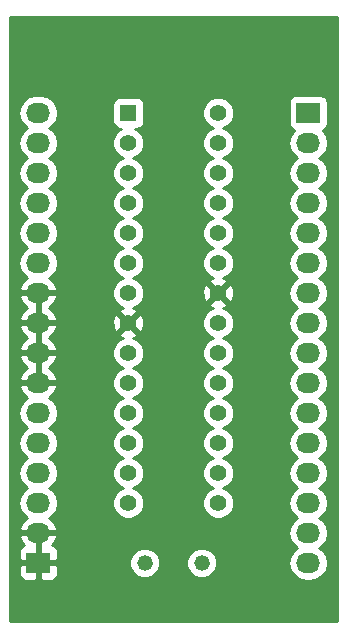
<source format=gbl>
G04 #@! TF.FileFunction,Copper,L2,Bot,Signal*
%FSLAX46Y46*%
G04 Gerber Fmt 4.6, Leading zero omitted, Abs format (unit mm)*
G04 Created by KiCad (PCBNEW 4.0.2+dfsg1-stable) date Thu 29 Mar 2018 13:44:33 BST*
%MOMM*%
G01*
G04 APERTURE LIST*
%ADD10C,0.100000*%
%ADD11R,2.032000X1.727200*%
%ADD12O,2.032000X1.727200*%
%ADD13R,1.399540X1.399540*%
%ADD14C,1.399540*%
%ADD15C,1.320800*%
%ADD16C,0.600000*%
%ADD17C,0.254000*%
G04 APERTURE END LIST*
D10*
D11*
X170180000Y-137160000D03*
D12*
X170180000Y-134620000D03*
X170180000Y-132080000D03*
X170180000Y-129540000D03*
X170180000Y-127000000D03*
X170180000Y-124460000D03*
X170180000Y-121920000D03*
X170180000Y-119380000D03*
X170180000Y-116840000D03*
X170180000Y-114300000D03*
X170180000Y-111760000D03*
X170180000Y-109220000D03*
X170180000Y-106680000D03*
X170180000Y-104140000D03*
X170180000Y-101600000D03*
X170180000Y-99060000D03*
D11*
X193040000Y-99060000D03*
D12*
X193040000Y-101600000D03*
X193040000Y-104140000D03*
X193040000Y-106680000D03*
X193040000Y-109220000D03*
X193040000Y-111760000D03*
X193040000Y-114300000D03*
X193040000Y-116840000D03*
X193040000Y-119380000D03*
X193040000Y-121920000D03*
X193040000Y-124460000D03*
X193040000Y-127000000D03*
X193040000Y-129540000D03*
X193040000Y-132080000D03*
X193040000Y-134620000D03*
X193040000Y-137160000D03*
D13*
X177800000Y-99060000D03*
D14*
X177800000Y-101600000D03*
X177800000Y-104140000D03*
X177800000Y-106680000D03*
X177800000Y-109220000D03*
X177800000Y-111760000D03*
X177800000Y-114300000D03*
X177800000Y-116840000D03*
X177800000Y-119380000D03*
X177800000Y-121920000D03*
X177800000Y-124460000D03*
X177800000Y-127000000D03*
X177800000Y-129540000D03*
X177800000Y-132080000D03*
X185420000Y-132080000D03*
X185420000Y-129540000D03*
X185420000Y-127000000D03*
X185420000Y-124460000D03*
X185420000Y-121920000D03*
X185420000Y-119380000D03*
X185420000Y-116840000D03*
X185420000Y-114300000D03*
X185420000Y-111760000D03*
X185420000Y-109220000D03*
X185420000Y-106680000D03*
X185420000Y-104140000D03*
X185420000Y-101600000D03*
X185420000Y-99060000D03*
D15*
X179197000Y-137160000D03*
X184023000Y-137160000D03*
D16*
X187325000Y-140970000D03*
X175895000Y-140970000D03*
X187960000Y-93980000D03*
D17*
G36*
X195453000Y-142113000D02*
X167767000Y-142113000D01*
X167767000Y-137445750D01*
X168529000Y-137445750D01*
X168529000Y-138149910D01*
X168625673Y-138383299D01*
X168804302Y-138561927D01*
X169037691Y-138658600D01*
X169894250Y-138658600D01*
X170053000Y-138499850D01*
X170053000Y-137287000D01*
X170307000Y-137287000D01*
X170307000Y-138499850D01*
X170465750Y-138658600D01*
X171322309Y-138658600D01*
X171555698Y-138561927D01*
X171734327Y-138383299D01*
X171831000Y-138149910D01*
X171831000Y-137445750D01*
X171801790Y-137416540D01*
X177901376Y-137416540D01*
X178098173Y-137892826D01*
X178462257Y-138257546D01*
X178938199Y-138455174D01*
X179453540Y-138455624D01*
X179929826Y-138258827D01*
X180294546Y-137894743D01*
X180492174Y-137418801D01*
X180492175Y-137416540D01*
X182727376Y-137416540D01*
X182924173Y-137892826D01*
X183288257Y-138257546D01*
X183764199Y-138455174D01*
X184279540Y-138455624D01*
X184755826Y-138258827D01*
X185120546Y-137894743D01*
X185318174Y-137418801D01*
X185318624Y-136903460D01*
X185121827Y-136427174D01*
X184757743Y-136062454D01*
X184281801Y-135864826D01*
X183766460Y-135864376D01*
X183290174Y-136061173D01*
X182925454Y-136425257D01*
X182727826Y-136901199D01*
X182727376Y-137416540D01*
X180492175Y-137416540D01*
X180492624Y-136903460D01*
X180295827Y-136427174D01*
X179931743Y-136062454D01*
X179455801Y-135864826D01*
X178940460Y-135864376D01*
X178464174Y-136061173D01*
X178099454Y-136425257D01*
X177901826Y-136901199D01*
X177901376Y-137416540D01*
X171801790Y-137416540D01*
X171672250Y-137287000D01*
X170307000Y-137287000D01*
X170053000Y-137287000D01*
X168687750Y-137287000D01*
X168529000Y-137445750D01*
X167767000Y-137445750D01*
X167767000Y-136170090D01*
X168529000Y-136170090D01*
X168529000Y-136874250D01*
X168687750Y-137033000D01*
X170053000Y-137033000D01*
X170053000Y-134747000D01*
X170307000Y-134747000D01*
X170307000Y-137033000D01*
X171672250Y-137033000D01*
X171831000Y-136874250D01*
X171831000Y-136170090D01*
X171734327Y-135936701D01*
X171555698Y-135758073D01*
X171358139Y-135676241D01*
X171530732Y-135522036D01*
X171784709Y-134994791D01*
X171787358Y-134979026D01*
X171666217Y-134747000D01*
X170307000Y-134747000D01*
X170053000Y-134747000D01*
X168693783Y-134747000D01*
X168572642Y-134979026D01*
X168575291Y-134994791D01*
X168829268Y-135522036D01*
X169001861Y-135676241D01*
X168804302Y-135758073D01*
X168625673Y-135936701D01*
X168529000Y-136170090D01*
X167767000Y-136170090D01*
X167767000Y-124460000D01*
X168496655Y-124460000D01*
X168610729Y-125033489D01*
X168935585Y-125519670D01*
X169250366Y-125730000D01*
X168935585Y-125940330D01*
X168610729Y-126426511D01*
X168496655Y-127000000D01*
X168610729Y-127573489D01*
X168935585Y-128059670D01*
X169250366Y-128270000D01*
X168935585Y-128480330D01*
X168610729Y-128966511D01*
X168496655Y-129540000D01*
X168610729Y-130113489D01*
X168935585Y-130599670D01*
X169250366Y-130810000D01*
X168935585Y-131020330D01*
X168610729Y-131506511D01*
X168496655Y-132080000D01*
X168610729Y-132653489D01*
X168935585Y-133139670D01*
X169245069Y-133346461D01*
X168829268Y-133717964D01*
X168575291Y-134245209D01*
X168572642Y-134260974D01*
X168693783Y-134493000D01*
X170053000Y-134493000D01*
X170053000Y-134473000D01*
X170307000Y-134473000D01*
X170307000Y-134493000D01*
X171666217Y-134493000D01*
X171787358Y-134260974D01*
X171784709Y-134245209D01*
X171530732Y-133717964D01*
X171114931Y-133346461D01*
X171424415Y-133139670D01*
X171749271Y-132653489D01*
X171863345Y-132080000D01*
X171749271Y-131506511D01*
X171424415Y-131020330D01*
X171109634Y-130810000D01*
X171424415Y-130599670D01*
X171749271Y-130113489D01*
X171863345Y-129540000D01*
X171749271Y-128966511D01*
X171424415Y-128480330D01*
X171109634Y-128270000D01*
X171424415Y-128059670D01*
X171749271Y-127573489D01*
X171863345Y-127000000D01*
X171749271Y-126426511D01*
X171424415Y-125940330D01*
X171109634Y-125730000D01*
X171424415Y-125519670D01*
X171749271Y-125033489D01*
X171863345Y-124460000D01*
X171749271Y-123886511D01*
X171424415Y-123400330D01*
X171114931Y-123193539D01*
X171530732Y-122822036D01*
X171784709Y-122294791D01*
X171787358Y-122279026D01*
X171666217Y-122047000D01*
X170307000Y-122047000D01*
X170307000Y-122067000D01*
X170053000Y-122067000D01*
X170053000Y-122047000D01*
X168693783Y-122047000D01*
X168572642Y-122279026D01*
X168575291Y-122294791D01*
X168829268Y-122822036D01*
X169245069Y-123193539D01*
X168935585Y-123400330D01*
X168610729Y-123886511D01*
X168496655Y-124460000D01*
X167767000Y-124460000D01*
X167767000Y-119739026D01*
X168572642Y-119739026D01*
X168575291Y-119754791D01*
X168829268Y-120282036D01*
X169241108Y-120650000D01*
X168829268Y-121017964D01*
X168575291Y-121545209D01*
X168572642Y-121560974D01*
X168693783Y-121793000D01*
X170053000Y-121793000D01*
X170053000Y-119507000D01*
X170307000Y-119507000D01*
X170307000Y-121793000D01*
X171666217Y-121793000D01*
X171787358Y-121560974D01*
X171784709Y-121545209D01*
X171530732Y-121017964D01*
X171118892Y-120650000D01*
X171530732Y-120282036D01*
X171784709Y-119754791D01*
X171787358Y-119739026D01*
X171737921Y-119644337D01*
X176464999Y-119644337D01*
X176667777Y-120135099D01*
X177042926Y-120510903D01*
X177378128Y-120650091D01*
X177044901Y-120787777D01*
X176669097Y-121162926D01*
X176465462Y-121653333D01*
X176464999Y-122184337D01*
X176667777Y-122675099D01*
X177042926Y-123050903D01*
X177378128Y-123190091D01*
X177044901Y-123327777D01*
X176669097Y-123702926D01*
X176465462Y-124193333D01*
X176464999Y-124724337D01*
X176667777Y-125215099D01*
X177042926Y-125590903D01*
X177378128Y-125730091D01*
X177044901Y-125867777D01*
X176669097Y-126242926D01*
X176465462Y-126733333D01*
X176464999Y-127264337D01*
X176667777Y-127755099D01*
X177042926Y-128130903D01*
X177378128Y-128270091D01*
X177044901Y-128407777D01*
X176669097Y-128782926D01*
X176465462Y-129273333D01*
X176464999Y-129804337D01*
X176667777Y-130295099D01*
X177042926Y-130670903D01*
X177378128Y-130810091D01*
X177044901Y-130947777D01*
X176669097Y-131322926D01*
X176465462Y-131813333D01*
X176464999Y-132344337D01*
X176667777Y-132835099D01*
X177042926Y-133210903D01*
X177533333Y-133414538D01*
X178064337Y-133415001D01*
X178555099Y-133212223D01*
X178930903Y-132837074D01*
X179134538Y-132346667D01*
X179135001Y-131815663D01*
X178932223Y-131324901D01*
X178557074Y-130949097D01*
X178221872Y-130809909D01*
X178555099Y-130672223D01*
X178930903Y-130297074D01*
X179134538Y-129806667D01*
X179135001Y-129275663D01*
X178932223Y-128784901D01*
X178557074Y-128409097D01*
X178221872Y-128269909D01*
X178555099Y-128132223D01*
X178930903Y-127757074D01*
X179134538Y-127266667D01*
X179135001Y-126735663D01*
X178932223Y-126244901D01*
X178557074Y-125869097D01*
X178221872Y-125729909D01*
X178555099Y-125592223D01*
X178930903Y-125217074D01*
X179134538Y-124726667D01*
X179135001Y-124195663D01*
X178932223Y-123704901D01*
X178557074Y-123329097D01*
X178221872Y-123189909D01*
X178555099Y-123052223D01*
X178930903Y-122677074D01*
X179134538Y-122186667D01*
X179135001Y-121655663D01*
X178932223Y-121164901D01*
X178557074Y-120789097D01*
X178221872Y-120649909D01*
X178555099Y-120512223D01*
X178930903Y-120137074D01*
X179134538Y-119646667D01*
X179135001Y-119115663D01*
X178932223Y-118624901D01*
X178557074Y-118249097D01*
X178238189Y-118116684D01*
X178493693Y-118010851D01*
X178555503Y-117775108D01*
X177800000Y-117019605D01*
X177044497Y-117775108D01*
X177106307Y-118010851D01*
X177382755Y-118108179D01*
X177044901Y-118247777D01*
X176669097Y-118622926D01*
X176465462Y-119113333D01*
X176464999Y-119644337D01*
X171737921Y-119644337D01*
X171666217Y-119507000D01*
X170307000Y-119507000D01*
X170053000Y-119507000D01*
X168693783Y-119507000D01*
X168572642Y-119739026D01*
X167767000Y-119739026D01*
X167767000Y-117199026D01*
X168572642Y-117199026D01*
X168575291Y-117214791D01*
X168829268Y-117742036D01*
X169241108Y-118110000D01*
X168829268Y-118477964D01*
X168575291Y-119005209D01*
X168572642Y-119020974D01*
X168693783Y-119253000D01*
X170053000Y-119253000D01*
X170053000Y-116967000D01*
X170307000Y-116967000D01*
X170307000Y-119253000D01*
X171666217Y-119253000D01*
X171787358Y-119020974D01*
X171784709Y-119005209D01*
X171530732Y-118477964D01*
X171118892Y-118110000D01*
X171530732Y-117742036D01*
X171784709Y-117214791D01*
X171787358Y-117199026D01*
X171666217Y-116967000D01*
X170307000Y-116967000D01*
X170053000Y-116967000D01*
X168693783Y-116967000D01*
X168572642Y-117199026D01*
X167767000Y-117199026D01*
X167767000Y-114659026D01*
X168572642Y-114659026D01*
X168575291Y-114674791D01*
X168829268Y-115202036D01*
X169241108Y-115570000D01*
X168829268Y-115937964D01*
X168575291Y-116465209D01*
X168572642Y-116480974D01*
X168693783Y-116713000D01*
X170053000Y-116713000D01*
X170053000Y-114427000D01*
X170307000Y-114427000D01*
X170307000Y-116713000D01*
X171666217Y-116713000D01*
X171700583Y-116647177D01*
X176452810Y-116647177D01*
X176481568Y-117177402D01*
X176629149Y-117533693D01*
X176864892Y-117595503D01*
X177620395Y-116840000D01*
X177979605Y-116840000D01*
X178735108Y-117595503D01*
X178970851Y-117533693D01*
X179122012Y-117104337D01*
X184084999Y-117104337D01*
X184287777Y-117595099D01*
X184662926Y-117970903D01*
X184998128Y-118110091D01*
X184664901Y-118247777D01*
X184289097Y-118622926D01*
X184085462Y-119113333D01*
X184084999Y-119644337D01*
X184287777Y-120135099D01*
X184662926Y-120510903D01*
X184998128Y-120650091D01*
X184664901Y-120787777D01*
X184289097Y-121162926D01*
X184085462Y-121653333D01*
X184084999Y-122184337D01*
X184287777Y-122675099D01*
X184662926Y-123050903D01*
X184998128Y-123190091D01*
X184664901Y-123327777D01*
X184289097Y-123702926D01*
X184085462Y-124193333D01*
X184084999Y-124724337D01*
X184287777Y-125215099D01*
X184662926Y-125590903D01*
X184998128Y-125730091D01*
X184664901Y-125867777D01*
X184289097Y-126242926D01*
X184085462Y-126733333D01*
X184084999Y-127264337D01*
X184287777Y-127755099D01*
X184662926Y-128130903D01*
X184998128Y-128270091D01*
X184664901Y-128407777D01*
X184289097Y-128782926D01*
X184085462Y-129273333D01*
X184084999Y-129804337D01*
X184287777Y-130295099D01*
X184662926Y-130670903D01*
X184998128Y-130810091D01*
X184664901Y-130947777D01*
X184289097Y-131322926D01*
X184085462Y-131813333D01*
X184084999Y-132344337D01*
X184287777Y-132835099D01*
X184662926Y-133210903D01*
X185153333Y-133414538D01*
X185684337Y-133415001D01*
X186175099Y-133212223D01*
X186550903Y-132837074D01*
X186754538Y-132346667D01*
X186755001Y-131815663D01*
X186552223Y-131324901D01*
X186177074Y-130949097D01*
X185841872Y-130809909D01*
X186175099Y-130672223D01*
X186550903Y-130297074D01*
X186754538Y-129806667D01*
X186755001Y-129275663D01*
X186552223Y-128784901D01*
X186177074Y-128409097D01*
X185841872Y-128269909D01*
X186175099Y-128132223D01*
X186550903Y-127757074D01*
X186754538Y-127266667D01*
X186755001Y-126735663D01*
X186552223Y-126244901D01*
X186177074Y-125869097D01*
X185841872Y-125729909D01*
X186175099Y-125592223D01*
X186550903Y-125217074D01*
X186754538Y-124726667D01*
X186755001Y-124195663D01*
X186552223Y-123704901D01*
X186177074Y-123329097D01*
X185841872Y-123189909D01*
X186175099Y-123052223D01*
X186550903Y-122677074D01*
X186754538Y-122186667D01*
X186755001Y-121655663D01*
X186552223Y-121164901D01*
X186177074Y-120789097D01*
X185841872Y-120649909D01*
X186175099Y-120512223D01*
X186550903Y-120137074D01*
X186754538Y-119646667D01*
X186755001Y-119115663D01*
X186552223Y-118624901D01*
X186177074Y-118249097D01*
X185841872Y-118109909D01*
X186175099Y-117972223D01*
X186550903Y-117597074D01*
X186754538Y-117106667D01*
X186755001Y-116575663D01*
X186552223Y-116084901D01*
X186177074Y-115709097D01*
X185858189Y-115576684D01*
X186113693Y-115470851D01*
X186175503Y-115235108D01*
X185420000Y-114479605D01*
X184664497Y-115235108D01*
X184726307Y-115470851D01*
X185002755Y-115568179D01*
X184664901Y-115707777D01*
X184289097Y-116082926D01*
X184085462Y-116573333D01*
X184084999Y-117104337D01*
X179122012Y-117104337D01*
X179147190Y-117032823D01*
X179118432Y-116502598D01*
X178970851Y-116146307D01*
X178735108Y-116084497D01*
X177979605Y-116840000D01*
X177620395Y-116840000D01*
X176864892Y-116084497D01*
X176629149Y-116146307D01*
X176452810Y-116647177D01*
X171700583Y-116647177D01*
X171787358Y-116480974D01*
X171784709Y-116465209D01*
X171530732Y-115937964D01*
X171118892Y-115570000D01*
X171530732Y-115202036D01*
X171784709Y-114674791D01*
X171787358Y-114659026D01*
X171666217Y-114427000D01*
X170307000Y-114427000D01*
X170053000Y-114427000D01*
X168693783Y-114427000D01*
X168572642Y-114659026D01*
X167767000Y-114659026D01*
X167767000Y-99060000D01*
X168496655Y-99060000D01*
X168610729Y-99633489D01*
X168935585Y-100119670D01*
X169250366Y-100330000D01*
X168935585Y-100540330D01*
X168610729Y-101026511D01*
X168496655Y-101600000D01*
X168610729Y-102173489D01*
X168935585Y-102659670D01*
X169250366Y-102870000D01*
X168935585Y-103080330D01*
X168610729Y-103566511D01*
X168496655Y-104140000D01*
X168610729Y-104713489D01*
X168935585Y-105199670D01*
X169250366Y-105410000D01*
X168935585Y-105620330D01*
X168610729Y-106106511D01*
X168496655Y-106680000D01*
X168610729Y-107253489D01*
X168935585Y-107739670D01*
X169250366Y-107950000D01*
X168935585Y-108160330D01*
X168610729Y-108646511D01*
X168496655Y-109220000D01*
X168610729Y-109793489D01*
X168935585Y-110279670D01*
X169250366Y-110490000D01*
X168935585Y-110700330D01*
X168610729Y-111186511D01*
X168496655Y-111760000D01*
X168610729Y-112333489D01*
X168935585Y-112819670D01*
X169245069Y-113026461D01*
X168829268Y-113397964D01*
X168575291Y-113925209D01*
X168572642Y-113940974D01*
X168693783Y-114173000D01*
X170053000Y-114173000D01*
X170053000Y-114153000D01*
X170307000Y-114153000D01*
X170307000Y-114173000D01*
X171666217Y-114173000D01*
X171787358Y-113940974D01*
X171784709Y-113925209D01*
X171530732Y-113397964D01*
X171114931Y-113026461D01*
X171424415Y-112819670D01*
X171749271Y-112333489D01*
X171863345Y-111760000D01*
X171749271Y-111186511D01*
X171424415Y-110700330D01*
X171109634Y-110490000D01*
X171424415Y-110279670D01*
X171749271Y-109793489D01*
X171863345Y-109220000D01*
X171749271Y-108646511D01*
X171424415Y-108160330D01*
X171109634Y-107950000D01*
X171424415Y-107739670D01*
X171749271Y-107253489D01*
X171863345Y-106680000D01*
X171749271Y-106106511D01*
X171424415Y-105620330D01*
X171109634Y-105410000D01*
X171424415Y-105199670D01*
X171749271Y-104713489D01*
X171863345Y-104140000D01*
X171749271Y-103566511D01*
X171424415Y-103080330D01*
X171109634Y-102870000D01*
X171424415Y-102659670D01*
X171749271Y-102173489D01*
X171863345Y-101600000D01*
X171749271Y-101026511D01*
X171424415Y-100540330D01*
X171109634Y-100330000D01*
X171424415Y-100119670D01*
X171749271Y-99633489D01*
X171863345Y-99060000D01*
X171749271Y-98486511D01*
X171664893Y-98360230D01*
X176452790Y-98360230D01*
X176452790Y-99759770D01*
X176497068Y-99995087D01*
X176636140Y-100211211D01*
X176848340Y-100356201D01*
X177100230Y-100407210D01*
X177191485Y-100407210D01*
X177044901Y-100467777D01*
X176669097Y-100842926D01*
X176465462Y-101333333D01*
X176464999Y-101864337D01*
X176667777Y-102355099D01*
X177042926Y-102730903D01*
X177378128Y-102870091D01*
X177044901Y-103007777D01*
X176669097Y-103382926D01*
X176465462Y-103873333D01*
X176464999Y-104404337D01*
X176667777Y-104895099D01*
X177042926Y-105270903D01*
X177378128Y-105410091D01*
X177044901Y-105547777D01*
X176669097Y-105922926D01*
X176465462Y-106413333D01*
X176464999Y-106944337D01*
X176667777Y-107435099D01*
X177042926Y-107810903D01*
X177378128Y-107950091D01*
X177044901Y-108087777D01*
X176669097Y-108462926D01*
X176465462Y-108953333D01*
X176464999Y-109484337D01*
X176667777Y-109975099D01*
X177042926Y-110350903D01*
X177378128Y-110490091D01*
X177044901Y-110627777D01*
X176669097Y-111002926D01*
X176465462Y-111493333D01*
X176464999Y-112024337D01*
X176667777Y-112515099D01*
X177042926Y-112890903D01*
X177378128Y-113030091D01*
X177044901Y-113167777D01*
X176669097Y-113542926D01*
X176465462Y-114033333D01*
X176464999Y-114564337D01*
X176667777Y-115055099D01*
X177042926Y-115430903D01*
X177361811Y-115563316D01*
X177106307Y-115669149D01*
X177044497Y-115904892D01*
X177800000Y-116660395D01*
X178555503Y-115904892D01*
X178493693Y-115669149D01*
X178217245Y-115571821D01*
X178555099Y-115432223D01*
X178930903Y-115057074D01*
X179134538Y-114566667D01*
X179134938Y-114107177D01*
X184072810Y-114107177D01*
X184101568Y-114637402D01*
X184249149Y-114993693D01*
X184484892Y-115055503D01*
X185240395Y-114300000D01*
X185599605Y-114300000D01*
X186355108Y-115055503D01*
X186590851Y-114993693D01*
X186767190Y-114492823D01*
X186738432Y-113962598D01*
X186590851Y-113606307D01*
X186355108Y-113544497D01*
X185599605Y-114300000D01*
X185240395Y-114300000D01*
X184484892Y-113544497D01*
X184249149Y-113606307D01*
X184072810Y-114107177D01*
X179134938Y-114107177D01*
X179135001Y-114035663D01*
X178932223Y-113544901D01*
X178557074Y-113169097D01*
X178221872Y-113029909D01*
X178555099Y-112892223D01*
X178930903Y-112517074D01*
X179134538Y-112026667D01*
X179135001Y-111495663D01*
X178932223Y-111004901D01*
X178557074Y-110629097D01*
X178221872Y-110489909D01*
X178555099Y-110352223D01*
X178930903Y-109977074D01*
X179134538Y-109486667D01*
X179135001Y-108955663D01*
X178932223Y-108464901D01*
X178557074Y-108089097D01*
X178221872Y-107949909D01*
X178555099Y-107812223D01*
X178930903Y-107437074D01*
X179134538Y-106946667D01*
X179135001Y-106415663D01*
X178932223Y-105924901D01*
X178557074Y-105549097D01*
X178221872Y-105409909D01*
X178555099Y-105272223D01*
X178930903Y-104897074D01*
X179134538Y-104406667D01*
X179135001Y-103875663D01*
X178932223Y-103384901D01*
X178557074Y-103009097D01*
X178221872Y-102869909D01*
X178555099Y-102732223D01*
X178930903Y-102357074D01*
X179134538Y-101866667D01*
X179135001Y-101335663D01*
X178932223Y-100844901D01*
X178557074Y-100469097D01*
X178408034Y-100407210D01*
X178499770Y-100407210D01*
X178735087Y-100362932D01*
X178951211Y-100223860D01*
X179096201Y-100011660D01*
X179147210Y-99759770D01*
X179147210Y-99324337D01*
X184084999Y-99324337D01*
X184287777Y-99815099D01*
X184662926Y-100190903D01*
X184998128Y-100330091D01*
X184664901Y-100467777D01*
X184289097Y-100842926D01*
X184085462Y-101333333D01*
X184084999Y-101864337D01*
X184287777Y-102355099D01*
X184662926Y-102730903D01*
X184998128Y-102870091D01*
X184664901Y-103007777D01*
X184289097Y-103382926D01*
X184085462Y-103873333D01*
X184084999Y-104404337D01*
X184287777Y-104895099D01*
X184662926Y-105270903D01*
X184998128Y-105410091D01*
X184664901Y-105547777D01*
X184289097Y-105922926D01*
X184085462Y-106413333D01*
X184084999Y-106944337D01*
X184287777Y-107435099D01*
X184662926Y-107810903D01*
X184998128Y-107950091D01*
X184664901Y-108087777D01*
X184289097Y-108462926D01*
X184085462Y-108953333D01*
X184084999Y-109484337D01*
X184287777Y-109975099D01*
X184662926Y-110350903D01*
X184998128Y-110490091D01*
X184664901Y-110627777D01*
X184289097Y-111002926D01*
X184085462Y-111493333D01*
X184084999Y-112024337D01*
X184287777Y-112515099D01*
X184662926Y-112890903D01*
X184981811Y-113023316D01*
X184726307Y-113129149D01*
X184664497Y-113364892D01*
X185420000Y-114120395D01*
X186175503Y-113364892D01*
X186113693Y-113129149D01*
X185837245Y-113031821D01*
X186175099Y-112892223D01*
X186550903Y-112517074D01*
X186754538Y-112026667D01*
X186755001Y-111495663D01*
X186552223Y-111004901D01*
X186177074Y-110629097D01*
X185841872Y-110489909D01*
X186175099Y-110352223D01*
X186550903Y-109977074D01*
X186754538Y-109486667D01*
X186755001Y-108955663D01*
X186552223Y-108464901D01*
X186177074Y-108089097D01*
X185841872Y-107949909D01*
X186175099Y-107812223D01*
X186550903Y-107437074D01*
X186754538Y-106946667D01*
X186755001Y-106415663D01*
X186552223Y-105924901D01*
X186177074Y-105549097D01*
X185841872Y-105409909D01*
X186175099Y-105272223D01*
X186550903Y-104897074D01*
X186754538Y-104406667D01*
X186755001Y-103875663D01*
X186552223Y-103384901D01*
X186177074Y-103009097D01*
X185841872Y-102869909D01*
X186175099Y-102732223D01*
X186550903Y-102357074D01*
X186754538Y-101866667D01*
X186754770Y-101600000D01*
X191356655Y-101600000D01*
X191470729Y-102173489D01*
X191795585Y-102659670D01*
X192110366Y-102870000D01*
X191795585Y-103080330D01*
X191470729Y-103566511D01*
X191356655Y-104140000D01*
X191470729Y-104713489D01*
X191795585Y-105199670D01*
X192110366Y-105410000D01*
X191795585Y-105620330D01*
X191470729Y-106106511D01*
X191356655Y-106680000D01*
X191470729Y-107253489D01*
X191795585Y-107739670D01*
X192110366Y-107950000D01*
X191795585Y-108160330D01*
X191470729Y-108646511D01*
X191356655Y-109220000D01*
X191470729Y-109793489D01*
X191795585Y-110279670D01*
X192110366Y-110490000D01*
X191795585Y-110700330D01*
X191470729Y-111186511D01*
X191356655Y-111760000D01*
X191470729Y-112333489D01*
X191795585Y-112819670D01*
X192110366Y-113030000D01*
X191795585Y-113240330D01*
X191470729Y-113726511D01*
X191356655Y-114300000D01*
X191470729Y-114873489D01*
X191795585Y-115359670D01*
X192110366Y-115570000D01*
X191795585Y-115780330D01*
X191470729Y-116266511D01*
X191356655Y-116840000D01*
X191470729Y-117413489D01*
X191795585Y-117899670D01*
X192110366Y-118110000D01*
X191795585Y-118320330D01*
X191470729Y-118806511D01*
X191356655Y-119380000D01*
X191470729Y-119953489D01*
X191795585Y-120439670D01*
X192110366Y-120650000D01*
X191795585Y-120860330D01*
X191470729Y-121346511D01*
X191356655Y-121920000D01*
X191470729Y-122493489D01*
X191795585Y-122979670D01*
X192110366Y-123190000D01*
X191795585Y-123400330D01*
X191470729Y-123886511D01*
X191356655Y-124460000D01*
X191470729Y-125033489D01*
X191795585Y-125519670D01*
X192110366Y-125730000D01*
X191795585Y-125940330D01*
X191470729Y-126426511D01*
X191356655Y-127000000D01*
X191470729Y-127573489D01*
X191795585Y-128059670D01*
X192110366Y-128270000D01*
X191795585Y-128480330D01*
X191470729Y-128966511D01*
X191356655Y-129540000D01*
X191470729Y-130113489D01*
X191795585Y-130599670D01*
X192110366Y-130810000D01*
X191795585Y-131020330D01*
X191470729Y-131506511D01*
X191356655Y-132080000D01*
X191470729Y-132653489D01*
X191795585Y-133139670D01*
X192110366Y-133350000D01*
X191795585Y-133560330D01*
X191470729Y-134046511D01*
X191356655Y-134620000D01*
X191470729Y-135193489D01*
X191795585Y-135679670D01*
X192110366Y-135890000D01*
X191795585Y-136100330D01*
X191470729Y-136586511D01*
X191356655Y-137160000D01*
X191470729Y-137733489D01*
X191795585Y-138219670D01*
X192281766Y-138544526D01*
X192855255Y-138658600D01*
X193224745Y-138658600D01*
X193798234Y-138544526D01*
X194284415Y-138219670D01*
X194609271Y-137733489D01*
X194723345Y-137160000D01*
X194609271Y-136586511D01*
X194284415Y-136100330D01*
X193969634Y-135890000D01*
X194284415Y-135679670D01*
X194609271Y-135193489D01*
X194723345Y-134620000D01*
X194609271Y-134046511D01*
X194284415Y-133560330D01*
X193969634Y-133350000D01*
X194284415Y-133139670D01*
X194609271Y-132653489D01*
X194723345Y-132080000D01*
X194609271Y-131506511D01*
X194284415Y-131020330D01*
X193969634Y-130810000D01*
X194284415Y-130599670D01*
X194609271Y-130113489D01*
X194723345Y-129540000D01*
X194609271Y-128966511D01*
X194284415Y-128480330D01*
X193969634Y-128270000D01*
X194284415Y-128059670D01*
X194609271Y-127573489D01*
X194723345Y-127000000D01*
X194609271Y-126426511D01*
X194284415Y-125940330D01*
X193969634Y-125730000D01*
X194284415Y-125519670D01*
X194609271Y-125033489D01*
X194723345Y-124460000D01*
X194609271Y-123886511D01*
X194284415Y-123400330D01*
X193969634Y-123190000D01*
X194284415Y-122979670D01*
X194609271Y-122493489D01*
X194723345Y-121920000D01*
X194609271Y-121346511D01*
X194284415Y-120860330D01*
X193969634Y-120650000D01*
X194284415Y-120439670D01*
X194609271Y-119953489D01*
X194723345Y-119380000D01*
X194609271Y-118806511D01*
X194284415Y-118320330D01*
X193969634Y-118110000D01*
X194284415Y-117899670D01*
X194609271Y-117413489D01*
X194723345Y-116840000D01*
X194609271Y-116266511D01*
X194284415Y-115780330D01*
X193969634Y-115570000D01*
X194284415Y-115359670D01*
X194609271Y-114873489D01*
X194723345Y-114300000D01*
X194609271Y-113726511D01*
X194284415Y-113240330D01*
X193969634Y-113030000D01*
X194284415Y-112819670D01*
X194609271Y-112333489D01*
X194723345Y-111760000D01*
X194609271Y-111186511D01*
X194284415Y-110700330D01*
X193969634Y-110490000D01*
X194284415Y-110279670D01*
X194609271Y-109793489D01*
X194723345Y-109220000D01*
X194609271Y-108646511D01*
X194284415Y-108160330D01*
X193969634Y-107950000D01*
X194284415Y-107739670D01*
X194609271Y-107253489D01*
X194723345Y-106680000D01*
X194609271Y-106106511D01*
X194284415Y-105620330D01*
X193969634Y-105410000D01*
X194284415Y-105199670D01*
X194609271Y-104713489D01*
X194723345Y-104140000D01*
X194609271Y-103566511D01*
X194284415Y-103080330D01*
X193969634Y-102870000D01*
X194284415Y-102659670D01*
X194609271Y-102173489D01*
X194723345Y-101600000D01*
X194609271Y-101026511D01*
X194284415Y-100540330D01*
X194270087Y-100530757D01*
X194291317Y-100526762D01*
X194507441Y-100387690D01*
X194652431Y-100175490D01*
X194703440Y-99923600D01*
X194703440Y-98196400D01*
X194659162Y-97961083D01*
X194520090Y-97744959D01*
X194307890Y-97599969D01*
X194056000Y-97548960D01*
X192024000Y-97548960D01*
X191788683Y-97593238D01*
X191572559Y-97732310D01*
X191427569Y-97944510D01*
X191376560Y-98196400D01*
X191376560Y-99923600D01*
X191420838Y-100158917D01*
X191559910Y-100375041D01*
X191772110Y-100520031D01*
X191813439Y-100528400D01*
X191795585Y-100540330D01*
X191470729Y-101026511D01*
X191356655Y-101600000D01*
X186754770Y-101600000D01*
X186755001Y-101335663D01*
X186552223Y-100844901D01*
X186177074Y-100469097D01*
X185841872Y-100329909D01*
X186175099Y-100192223D01*
X186550903Y-99817074D01*
X186754538Y-99326667D01*
X186755001Y-98795663D01*
X186552223Y-98304901D01*
X186177074Y-97929097D01*
X185686667Y-97725462D01*
X185155663Y-97724999D01*
X184664901Y-97927777D01*
X184289097Y-98302926D01*
X184085462Y-98793333D01*
X184084999Y-99324337D01*
X179147210Y-99324337D01*
X179147210Y-98360230D01*
X179102932Y-98124913D01*
X178963860Y-97908789D01*
X178751660Y-97763799D01*
X178499770Y-97712790D01*
X177100230Y-97712790D01*
X176864913Y-97757068D01*
X176648789Y-97896140D01*
X176503799Y-98108340D01*
X176452790Y-98360230D01*
X171664893Y-98360230D01*
X171424415Y-98000330D01*
X170938234Y-97675474D01*
X170364745Y-97561400D01*
X169995255Y-97561400D01*
X169421766Y-97675474D01*
X168935585Y-98000330D01*
X168610729Y-98486511D01*
X168496655Y-99060000D01*
X167767000Y-99060000D01*
X167767000Y-90932000D01*
X195453000Y-90932000D01*
X195453000Y-142113000D01*
X195453000Y-142113000D01*
G37*
X195453000Y-142113000D02*
X167767000Y-142113000D01*
X167767000Y-137445750D01*
X168529000Y-137445750D01*
X168529000Y-138149910D01*
X168625673Y-138383299D01*
X168804302Y-138561927D01*
X169037691Y-138658600D01*
X169894250Y-138658600D01*
X170053000Y-138499850D01*
X170053000Y-137287000D01*
X170307000Y-137287000D01*
X170307000Y-138499850D01*
X170465750Y-138658600D01*
X171322309Y-138658600D01*
X171555698Y-138561927D01*
X171734327Y-138383299D01*
X171831000Y-138149910D01*
X171831000Y-137445750D01*
X171801790Y-137416540D01*
X177901376Y-137416540D01*
X178098173Y-137892826D01*
X178462257Y-138257546D01*
X178938199Y-138455174D01*
X179453540Y-138455624D01*
X179929826Y-138258827D01*
X180294546Y-137894743D01*
X180492174Y-137418801D01*
X180492175Y-137416540D01*
X182727376Y-137416540D01*
X182924173Y-137892826D01*
X183288257Y-138257546D01*
X183764199Y-138455174D01*
X184279540Y-138455624D01*
X184755826Y-138258827D01*
X185120546Y-137894743D01*
X185318174Y-137418801D01*
X185318624Y-136903460D01*
X185121827Y-136427174D01*
X184757743Y-136062454D01*
X184281801Y-135864826D01*
X183766460Y-135864376D01*
X183290174Y-136061173D01*
X182925454Y-136425257D01*
X182727826Y-136901199D01*
X182727376Y-137416540D01*
X180492175Y-137416540D01*
X180492624Y-136903460D01*
X180295827Y-136427174D01*
X179931743Y-136062454D01*
X179455801Y-135864826D01*
X178940460Y-135864376D01*
X178464174Y-136061173D01*
X178099454Y-136425257D01*
X177901826Y-136901199D01*
X177901376Y-137416540D01*
X171801790Y-137416540D01*
X171672250Y-137287000D01*
X170307000Y-137287000D01*
X170053000Y-137287000D01*
X168687750Y-137287000D01*
X168529000Y-137445750D01*
X167767000Y-137445750D01*
X167767000Y-136170090D01*
X168529000Y-136170090D01*
X168529000Y-136874250D01*
X168687750Y-137033000D01*
X170053000Y-137033000D01*
X170053000Y-134747000D01*
X170307000Y-134747000D01*
X170307000Y-137033000D01*
X171672250Y-137033000D01*
X171831000Y-136874250D01*
X171831000Y-136170090D01*
X171734327Y-135936701D01*
X171555698Y-135758073D01*
X171358139Y-135676241D01*
X171530732Y-135522036D01*
X171784709Y-134994791D01*
X171787358Y-134979026D01*
X171666217Y-134747000D01*
X170307000Y-134747000D01*
X170053000Y-134747000D01*
X168693783Y-134747000D01*
X168572642Y-134979026D01*
X168575291Y-134994791D01*
X168829268Y-135522036D01*
X169001861Y-135676241D01*
X168804302Y-135758073D01*
X168625673Y-135936701D01*
X168529000Y-136170090D01*
X167767000Y-136170090D01*
X167767000Y-124460000D01*
X168496655Y-124460000D01*
X168610729Y-125033489D01*
X168935585Y-125519670D01*
X169250366Y-125730000D01*
X168935585Y-125940330D01*
X168610729Y-126426511D01*
X168496655Y-127000000D01*
X168610729Y-127573489D01*
X168935585Y-128059670D01*
X169250366Y-128270000D01*
X168935585Y-128480330D01*
X168610729Y-128966511D01*
X168496655Y-129540000D01*
X168610729Y-130113489D01*
X168935585Y-130599670D01*
X169250366Y-130810000D01*
X168935585Y-131020330D01*
X168610729Y-131506511D01*
X168496655Y-132080000D01*
X168610729Y-132653489D01*
X168935585Y-133139670D01*
X169245069Y-133346461D01*
X168829268Y-133717964D01*
X168575291Y-134245209D01*
X168572642Y-134260974D01*
X168693783Y-134493000D01*
X170053000Y-134493000D01*
X170053000Y-134473000D01*
X170307000Y-134473000D01*
X170307000Y-134493000D01*
X171666217Y-134493000D01*
X171787358Y-134260974D01*
X171784709Y-134245209D01*
X171530732Y-133717964D01*
X171114931Y-133346461D01*
X171424415Y-133139670D01*
X171749271Y-132653489D01*
X171863345Y-132080000D01*
X171749271Y-131506511D01*
X171424415Y-131020330D01*
X171109634Y-130810000D01*
X171424415Y-130599670D01*
X171749271Y-130113489D01*
X171863345Y-129540000D01*
X171749271Y-128966511D01*
X171424415Y-128480330D01*
X171109634Y-128270000D01*
X171424415Y-128059670D01*
X171749271Y-127573489D01*
X171863345Y-127000000D01*
X171749271Y-126426511D01*
X171424415Y-125940330D01*
X171109634Y-125730000D01*
X171424415Y-125519670D01*
X171749271Y-125033489D01*
X171863345Y-124460000D01*
X171749271Y-123886511D01*
X171424415Y-123400330D01*
X171114931Y-123193539D01*
X171530732Y-122822036D01*
X171784709Y-122294791D01*
X171787358Y-122279026D01*
X171666217Y-122047000D01*
X170307000Y-122047000D01*
X170307000Y-122067000D01*
X170053000Y-122067000D01*
X170053000Y-122047000D01*
X168693783Y-122047000D01*
X168572642Y-122279026D01*
X168575291Y-122294791D01*
X168829268Y-122822036D01*
X169245069Y-123193539D01*
X168935585Y-123400330D01*
X168610729Y-123886511D01*
X168496655Y-124460000D01*
X167767000Y-124460000D01*
X167767000Y-119739026D01*
X168572642Y-119739026D01*
X168575291Y-119754791D01*
X168829268Y-120282036D01*
X169241108Y-120650000D01*
X168829268Y-121017964D01*
X168575291Y-121545209D01*
X168572642Y-121560974D01*
X168693783Y-121793000D01*
X170053000Y-121793000D01*
X170053000Y-119507000D01*
X170307000Y-119507000D01*
X170307000Y-121793000D01*
X171666217Y-121793000D01*
X171787358Y-121560974D01*
X171784709Y-121545209D01*
X171530732Y-121017964D01*
X171118892Y-120650000D01*
X171530732Y-120282036D01*
X171784709Y-119754791D01*
X171787358Y-119739026D01*
X171737921Y-119644337D01*
X176464999Y-119644337D01*
X176667777Y-120135099D01*
X177042926Y-120510903D01*
X177378128Y-120650091D01*
X177044901Y-120787777D01*
X176669097Y-121162926D01*
X176465462Y-121653333D01*
X176464999Y-122184337D01*
X176667777Y-122675099D01*
X177042926Y-123050903D01*
X177378128Y-123190091D01*
X177044901Y-123327777D01*
X176669097Y-123702926D01*
X176465462Y-124193333D01*
X176464999Y-124724337D01*
X176667777Y-125215099D01*
X177042926Y-125590903D01*
X177378128Y-125730091D01*
X177044901Y-125867777D01*
X176669097Y-126242926D01*
X176465462Y-126733333D01*
X176464999Y-127264337D01*
X176667777Y-127755099D01*
X177042926Y-128130903D01*
X177378128Y-128270091D01*
X177044901Y-128407777D01*
X176669097Y-128782926D01*
X176465462Y-129273333D01*
X176464999Y-129804337D01*
X176667777Y-130295099D01*
X177042926Y-130670903D01*
X177378128Y-130810091D01*
X177044901Y-130947777D01*
X176669097Y-131322926D01*
X176465462Y-131813333D01*
X176464999Y-132344337D01*
X176667777Y-132835099D01*
X177042926Y-133210903D01*
X177533333Y-133414538D01*
X178064337Y-133415001D01*
X178555099Y-133212223D01*
X178930903Y-132837074D01*
X179134538Y-132346667D01*
X179135001Y-131815663D01*
X178932223Y-131324901D01*
X178557074Y-130949097D01*
X178221872Y-130809909D01*
X178555099Y-130672223D01*
X178930903Y-130297074D01*
X179134538Y-129806667D01*
X179135001Y-129275663D01*
X178932223Y-128784901D01*
X178557074Y-128409097D01*
X178221872Y-128269909D01*
X178555099Y-128132223D01*
X178930903Y-127757074D01*
X179134538Y-127266667D01*
X179135001Y-126735663D01*
X178932223Y-126244901D01*
X178557074Y-125869097D01*
X178221872Y-125729909D01*
X178555099Y-125592223D01*
X178930903Y-125217074D01*
X179134538Y-124726667D01*
X179135001Y-124195663D01*
X178932223Y-123704901D01*
X178557074Y-123329097D01*
X178221872Y-123189909D01*
X178555099Y-123052223D01*
X178930903Y-122677074D01*
X179134538Y-122186667D01*
X179135001Y-121655663D01*
X178932223Y-121164901D01*
X178557074Y-120789097D01*
X178221872Y-120649909D01*
X178555099Y-120512223D01*
X178930903Y-120137074D01*
X179134538Y-119646667D01*
X179135001Y-119115663D01*
X178932223Y-118624901D01*
X178557074Y-118249097D01*
X178238189Y-118116684D01*
X178493693Y-118010851D01*
X178555503Y-117775108D01*
X177800000Y-117019605D01*
X177044497Y-117775108D01*
X177106307Y-118010851D01*
X177382755Y-118108179D01*
X177044901Y-118247777D01*
X176669097Y-118622926D01*
X176465462Y-119113333D01*
X176464999Y-119644337D01*
X171737921Y-119644337D01*
X171666217Y-119507000D01*
X170307000Y-119507000D01*
X170053000Y-119507000D01*
X168693783Y-119507000D01*
X168572642Y-119739026D01*
X167767000Y-119739026D01*
X167767000Y-117199026D01*
X168572642Y-117199026D01*
X168575291Y-117214791D01*
X168829268Y-117742036D01*
X169241108Y-118110000D01*
X168829268Y-118477964D01*
X168575291Y-119005209D01*
X168572642Y-119020974D01*
X168693783Y-119253000D01*
X170053000Y-119253000D01*
X170053000Y-116967000D01*
X170307000Y-116967000D01*
X170307000Y-119253000D01*
X171666217Y-119253000D01*
X171787358Y-119020974D01*
X171784709Y-119005209D01*
X171530732Y-118477964D01*
X171118892Y-118110000D01*
X171530732Y-117742036D01*
X171784709Y-117214791D01*
X171787358Y-117199026D01*
X171666217Y-116967000D01*
X170307000Y-116967000D01*
X170053000Y-116967000D01*
X168693783Y-116967000D01*
X168572642Y-117199026D01*
X167767000Y-117199026D01*
X167767000Y-114659026D01*
X168572642Y-114659026D01*
X168575291Y-114674791D01*
X168829268Y-115202036D01*
X169241108Y-115570000D01*
X168829268Y-115937964D01*
X168575291Y-116465209D01*
X168572642Y-116480974D01*
X168693783Y-116713000D01*
X170053000Y-116713000D01*
X170053000Y-114427000D01*
X170307000Y-114427000D01*
X170307000Y-116713000D01*
X171666217Y-116713000D01*
X171700583Y-116647177D01*
X176452810Y-116647177D01*
X176481568Y-117177402D01*
X176629149Y-117533693D01*
X176864892Y-117595503D01*
X177620395Y-116840000D01*
X177979605Y-116840000D01*
X178735108Y-117595503D01*
X178970851Y-117533693D01*
X179122012Y-117104337D01*
X184084999Y-117104337D01*
X184287777Y-117595099D01*
X184662926Y-117970903D01*
X184998128Y-118110091D01*
X184664901Y-118247777D01*
X184289097Y-118622926D01*
X184085462Y-119113333D01*
X184084999Y-119644337D01*
X184287777Y-120135099D01*
X184662926Y-120510903D01*
X184998128Y-120650091D01*
X184664901Y-120787777D01*
X184289097Y-121162926D01*
X184085462Y-121653333D01*
X184084999Y-122184337D01*
X184287777Y-122675099D01*
X184662926Y-123050903D01*
X184998128Y-123190091D01*
X184664901Y-123327777D01*
X184289097Y-123702926D01*
X184085462Y-124193333D01*
X184084999Y-124724337D01*
X184287777Y-125215099D01*
X184662926Y-125590903D01*
X184998128Y-125730091D01*
X184664901Y-125867777D01*
X184289097Y-126242926D01*
X184085462Y-126733333D01*
X184084999Y-127264337D01*
X184287777Y-127755099D01*
X184662926Y-128130903D01*
X184998128Y-128270091D01*
X184664901Y-128407777D01*
X184289097Y-128782926D01*
X184085462Y-129273333D01*
X184084999Y-129804337D01*
X184287777Y-130295099D01*
X184662926Y-130670903D01*
X184998128Y-130810091D01*
X184664901Y-130947777D01*
X184289097Y-131322926D01*
X184085462Y-131813333D01*
X184084999Y-132344337D01*
X184287777Y-132835099D01*
X184662926Y-133210903D01*
X185153333Y-133414538D01*
X185684337Y-133415001D01*
X186175099Y-133212223D01*
X186550903Y-132837074D01*
X186754538Y-132346667D01*
X186755001Y-131815663D01*
X186552223Y-131324901D01*
X186177074Y-130949097D01*
X185841872Y-130809909D01*
X186175099Y-130672223D01*
X186550903Y-130297074D01*
X186754538Y-129806667D01*
X186755001Y-129275663D01*
X186552223Y-128784901D01*
X186177074Y-128409097D01*
X185841872Y-128269909D01*
X186175099Y-128132223D01*
X186550903Y-127757074D01*
X186754538Y-127266667D01*
X186755001Y-126735663D01*
X186552223Y-126244901D01*
X186177074Y-125869097D01*
X185841872Y-125729909D01*
X186175099Y-125592223D01*
X186550903Y-125217074D01*
X186754538Y-124726667D01*
X186755001Y-124195663D01*
X186552223Y-123704901D01*
X186177074Y-123329097D01*
X185841872Y-123189909D01*
X186175099Y-123052223D01*
X186550903Y-122677074D01*
X186754538Y-122186667D01*
X186755001Y-121655663D01*
X186552223Y-121164901D01*
X186177074Y-120789097D01*
X185841872Y-120649909D01*
X186175099Y-120512223D01*
X186550903Y-120137074D01*
X186754538Y-119646667D01*
X186755001Y-119115663D01*
X186552223Y-118624901D01*
X186177074Y-118249097D01*
X185841872Y-118109909D01*
X186175099Y-117972223D01*
X186550903Y-117597074D01*
X186754538Y-117106667D01*
X186755001Y-116575663D01*
X186552223Y-116084901D01*
X186177074Y-115709097D01*
X185858189Y-115576684D01*
X186113693Y-115470851D01*
X186175503Y-115235108D01*
X185420000Y-114479605D01*
X184664497Y-115235108D01*
X184726307Y-115470851D01*
X185002755Y-115568179D01*
X184664901Y-115707777D01*
X184289097Y-116082926D01*
X184085462Y-116573333D01*
X184084999Y-117104337D01*
X179122012Y-117104337D01*
X179147190Y-117032823D01*
X179118432Y-116502598D01*
X178970851Y-116146307D01*
X178735108Y-116084497D01*
X177979605Y-116840000D01*
X177620395Y-116840000D01*
X176864892Y-116084497D01*
X176629149Y-116146307D01*
X176452810Y-116647177D01*
X171700583Y-116647177D01*
X171787358Y-116480974D01*
X171784709Y-116465209D01*
X171530732Y-115937964D01*
X171118892Y-115570000D01*
X171530732Y-115202036D01*
X171784709Y-114674791D01*
X171787358Y-114659026D01*
X171666217Y-114427000D01*
X170307000Y-114427000D01*
X170053000Y-114427000D01*
X168693783Y-114427000D01*
X168572642Y-114659026D01*
X167767000Y-114659026D01*
X167767000Y-99060000D01*
X168496655Y-99060000D01*
X168610729Y-99633489D01*
X168935585Y-100119670D01*
X169250366Y-100330000D01*
X168935585Y-100540330D01*
X168610729Y-101026511D01*
X168496655Y-101600000D01*
X168610729Y-102173489D01*
X168935585Y-102659670D01*
X169250366Y-102870000D01*
X168935585Y-103080330D01*
X168610729Y-103566511D01*
X168496655Y-104140000D01*
X168610729Y-104713489D01*
X168935585Y-105199670D01*
X169250366Y-105410000D01*
X168935585Y-105620330D01*
X168610729Y-106106511D01*
X168496655Y-106680000D01*
X168610729Y-107253489D01*
X168935585Y-107739670D01*
X169250366Y-107950000D01*
X168935585Y-108160330D01*
X168610729Y-108646511D01*
X168496655Y-109220000D01*
X168610729Y-109793489D01*
X168935585Y-110279670D01*
X169250366Y-110490000D01*
X168935585Y-110700330D01*
X168610729Y-111186511D01*
X168496655Y-111760000D01*
X168610729Y-112333489D01*
X168935585Y-112819670D01*
X169245069Y-113026461D01*
X168829268Y-113397964D01*
X168575291Y-113925209D01*
X168572642Y-113940974D01*
X168693783Y-114173000D01*
X170053000Y-114173000D01*
X170053000Y-114153000D01*
X170307000Y-114153000D01*
X170307000Y-114173000D01*
X171666217Y-114173000D01*
X171787358Y-113940974D01*
X171784709Y-113925209D01*
X171530732Y-113397964D01*
X171114931Y-113026461D01*
X171424415Y-112819670D01*
X171749271Y-112333489D01*
X171863345Y-111760000D01*
X171749271Y-111186511D01*
X171424415Y-110700330D01*
X171109634Y-110490000D01*
X171424415Y-110279670D01*
X171749271Y-109793489D01*
X171863345Y-109220000D01*
X171749271Y-108646511D01*
X171424415Y-108160330D01*
X171109634Y-107950000D01*
X171424415Y-107739670D01*
X171749271Y-107253489D01*
X171863345Y-106680000D01*
X171749271Y-106106511D01*
X171424415Y-105620330D01*
X171109634Y-105410000D01*
X171424415Y-105199670D01*
X171749271Y-104713489D01*
X171863345Y-104140000D01*
X171749271Y-103566511D01*
X171424415Y-103080330D01*
X171109634Y-102870000D01*
X171424415Y-102659670D01*
X171749271Y-102173489D01*
X171863345Y-101600000D01*
X171749271Y-101026511D01*
X171424415Y-100540330D01*
X171109634Y-100330000D01*
X171424415Y-100119670D01*
X171749271Y-99633489D01*
X171863345Y-99060000D01*
X171749271Y-98486511D01*
X171664893Y-98360230D01*
X176452790Y-98360230D01*
X176452790Y-99759770D01*
X176497068Y-99995087D01*
X176636140Y-100211211D01*
X176848340Y-100356201D01*
X177100230Y-100407210D01*
X177191485Y-100407210D01*
X177044901Y-100467777D01*
X176669097Y-100842926D01*
X176465462Y-101333333D01*
X176464999Y-101864337D01*
X176667777Y-102355099D01*
X177042926Y-102730903D01*
X177378128Y-102870091D01*
X177044901Y-103007777D01*
X176669097Y-103382926D01*
X176465462Y-103873333D01*
X176464999Y-104404337D01*
X176667777Y-104895099D01*
X177042926Y-105270903D01*
X177378128Y-105410091D01*
X177044901Y-105547777D01*
X176669097Y-105922926D01*
X176465462Y-106413333D01*
X176464999Y-106944337D01*
X176667777Y-107435099D01*
X177042926Y-107810903D01*
X177378128Y-107950091D01*
X177044901Y-108087777D01*
X176669097Y-108462926D01*
X176465462Y-108953333D01*
X176464999Y-109484337D01*
X176667777Y-109975099D01*
X177042926Y-110350903D01*
X177378128Y-110490091D01*
X177044901Y-110627777D01*
X176669097Y-111002926D01*
X176465462Y-111493333D01*
X176464999Y-112024337D01*
X176667777Y-112515099D01*
X177042926Y-112890903D01*
X177378128Y-113030091D01*
X177044901Y-113167777D01*
X176669097Y-113542926D01*
X176465462Y-114033333D01*
X176464999Y-114564337D01*
X176667777Y-115055099D01*
X177042926Y-115430903D01*
X177361811Y-115563316D01*
X177106307Y-115669149D01*
X177044497Y-115904892D01*
X177800000Y-116660395D01*
X178555503Y-115904892D01*
X178493693Y-115669149D01*
X178217245Y-115571821D01*
X178555099Y-115432223D01*
X178930903Y-115057074D01*
X179134538Y-114566667D01*
X179134938Y-114107177D01*
X184072810Y-114107177D01*
X184101568Y-114637402D01*
X184249149Y-114993693D01*
X184484892Y-115055503D01*
X185240395Y-114300000D01*
X185599605Y-114300000D01*
X186355108Y-115055503D01*
X186590851Y-114993693D01*
X186767190Y-114492823D01*
X186738432Y-113962598D01*
X186590851Y-113606307D01*
X186355108Y-113544497D01*
X185599605Y-114300000D01*
X185240395Y-114300000D01*
X184484892Y-113544497D01*
X184249149Y-113606307D01*
X184072810Y-114107177D01*
X179134938Y-114107177D01*
X179135001Y-114035663D01*
X178932223Y-113544901D01*
X178557074Y-113169097D01*
X178221872Y-113029909D01*
X178555099Y-112892223D01*
X178930903Y-112517074D01*
X179134538Y-112026667D01*
X179135001Y-111495663D01*
X178932223Y-111004901D01*
X178557074Y-110629097D01*
X178221872Y-110489909D01*
X178555099Y-110352223D01*
X178930903Y-109977074D01*
X179134538Y-109486667D01*
X179135001Y-108955663D01*
X178932223Y-108464901D01*
X178557074Y-108089097D01*
X178221872Y-107949909D01*
X178555099Y-107812223D01*
X178930903Y-107437074D01*
X179134538Y-106946667D01*
X179135001Y-106415663D01*
X178932223Y-105924901D01*
X178557074Y-105549097D01*
X178221872Y-105409909D01*
X178555099Y-105272223D01*
X178930903Y-104897074D01*
X179134538Y-104406667D01*
X179135001Y-103875663D01*
X178932223Y-103384901D01*
X178557074Y-103009097D01*
X178221872Y-102869909D01*
X178555099Y-102732223D01*
X178930903Y-102357074D01*
X179134538Y-101866667D01*
X179135001Y-101335663D01*
X178932223Y-100844901D01*
X178557074Y-100469097D01*
X178408034Y-100407210D01*
X178499770Y-100407210D01*
X178735087Y-100362932D01*
X178951211Y-100223860D01*
X179096201Y-100011660D01*
X179147210Y-99759770D01*
X179147210Y-99324337D01*
X184084999Y-99324337D01*
X184287777Y-99815099D01*
X184662926Y-100190903D01*
X184998128Y-100330091D01*
X184664901Y-100467777D01*
X184289097Y-100842926D01*
X184085462Y-101333333D01*
X184084999Y-101864337D01*
X184287777Y-102355099D01*
X184662926Y-102730903D01*
X184998128Y-102870091D01*
X184664901Y-103007777D01*
X184289097Y-103382926D01*
X184085462Y-103873333D01*
X184084999Y-104404337D01*
X184287777Y-104895099D01*
X184662926Y-105270903D01*
X184998128Y-105410091D01*
X184664901Y-105547777D01*
X184289097Y-105922926D01*
X184085462Y-106413333D01*
X184084999Y-106944337D01*
X184287777Y-107435099D01*
X184662926Y-107810903D01*
X184998128Y-107950091D01*
X184664901Y-108087777D01*
X184289097Y-108462926D01*
X184085462Y-108953333D01*
X184084999Y-109484337D01*
X184287777Y-109975099D01*
X184662926Y-110350903D01*
X184998128Y-110490091D01*
X184664901Y-110627777D01*
X184289097Y-111002926D01*
X184085462Y-111493333D01*
X184084999Y-112024337D01*
X184287777Y-112515099D01*
X184662926Y-112890903D01*
X184981811Y-113023316D01*
X184726307Y-113129149D01*
X184664497Y-113364892D01*
X185420000Y-114120395D01*
X186175503Y-113364892D01*
X186113693Y-113129149D01*
X185837245Y-113031821D01*
X186175099Y-112892223D01*
X186550903Y-112517074D01*
X186754538Y-112026667D01*
X186755001Y-111495663D01*
X186552223Y-111004901D01*
X186177074Y-110629097D01*
X185841872Y-110489909D01*
X186175099Y-110352223D01*
X186550903Y-109977074D01*
X186754538Y-109486667D01*
X186755001Y-108955663D01*
X186552223Y-108464901D01*
X186177074Y-108089097D01*
X185841872Y-107949909D01*
X186175099Y-107812223D01*
X186550903Y-107437074D01*
X186754538Y-106946667D01*
X186755001Y-106415663D01*
X186552223Y-105924901D01*
X186177074Y-105549097D01*
X185841872Y-105409909D01*
X186175099Y-105272223D01*
X186550903Y-104897074D01*
X186754538Y-104406667D01*
X186755001Y-103875663D01*
X186552223Y-103384901D01*
X186177074Y-103009097D01*
X185841872Y-102869909D01*
X186175099Y-102732223D01*
X186550903Y-102357074D01*
X186754538Y-101866667D01*
X186754770Y-101600000D01*
X191356655Y-101600000D01*
X191470729Y-102173489D01*
X191795585Y-102659670D01*
X192110366Y-102870000D01*
X191795585Y-103080330D01*
X191470729Y-103566511D01*
X191356655Y-104140000D01*
X191470729Y-104713489D01*
X191795585Y-105199670D01*
X192110366Y-105410000D01*
X191795585Y-105620330D01*
X191470729Y-106106511D01*
X191356655Y-106680000D01*
X191470729Y-107253489D01*
X191795585Y-107739670D01*
X192110366Y-107950000D01*
X191795585Y-108160330D01*
X191470729Y-108646511D01*
X191356655Y-109220000D01*
X191470729Y-109793489D01*
X191795585Y-110279670D01*
X192110366Y-110490000D01*
X191795585Y-110700330D01*
X191470729Y-111186511D01*
X191356655Y-111760000D01*
X191470729Y-112333489D01*
X191795585Y-112819670D01*
X192110366Y-113030000D01*
X191795585Y-113240330D01*
X191470729Y-113726511D01*
X191356655Y-114300000D01*
X191470729Y-114873489D01*
X191795585Y-115359670D01*
X192110366Y-115570000D01*
X191795585Y-115780330D01*
X191470729Y-116266511D01*
X191356655Y-116840000D01*
X191470729Y-117413489D01*
X191795585Y-117899670D01*
X192110366Y-118110000D01*
X191795585Y-118320330D01*
X191470729Y-118806511D01*
X191356655Y-119380000D01*
X191470729Y-119953489D01*
X191795585Y-120439670D01*
X192110366Y-120650000D01*
X191795585Y-120860330D01*
X191470729Y-121346511D01*
X191356655Y-121920000D01*
X191470729Y-122493489D01*
X191795585Y-122979670D01*
X192110366Y-123190000D01*
X191795585Y-123400330D01*
X191470729Y-123886511D01*
X191356655Y-124460000D01*
X191470729Y-125033489D01*
X191795585Y-125519670D01*
X192110366Y-125730000D01*
X191795585Y-125940330D01*
X191470729Y-126426511D01*
X191356655Y-127000000D01*
X191470729Y-127573489D01*
X191795585Y-128059670D01*
X192110366Y-128270000D01*
X191795585Y-128480330D01*
X191470729Y-128966511D01*
X191356655Y-129540000D01*
X191470729Y-130113489D01*
X191795585Y-130599670D01*
X192110366Y-130810000D01*
X191795585Y-131020330D01*
X191470729Y-131506511D01*
X191356655Y-132080000D01*
X191470729Y-132653489D01*
X191795585Y-133139670D01*
X192110366Y-133350000D01*
X191795585Y-133560330D01*
X191470729Y-134046511D01*
X191356655Y-134620000D01*
X191470729Y-135193489D01*
X191795585Y-135679670D01*
X192110366Y-135890000D01*
X191795585Y-136100330D01*
X191470729Y-136586511D01*
X191356655Y-137160000D01*
X191470729Y-137733489D01*
X191795585Y-138219670D01*
X192281766Y-138544526D01*
X192855255Y-138658600D01*
X193224745Y-138658600D01*
X193798234Y-138544526D01*
X194284415Y-138219670D01*
X194609271Y-137733489D01*
X194723345Y-137160000D01*
X194609271Y-136586511D01*
X194284415Y-136100330D01*
X193969634Y-135890000D01*
X194284415Y-135679670D01*
X194609271Y-135193489D01*
X194723345Y-134620000D01*
X194609271Y-134046511D01*
X194284415Y-133560330D01*
X193969634Y-133350000D01*
X194284415Y-133139670D01*
X194609271Y-132653489D01*
X194723345Y-132080000D01*
X194609271Y-131506511D01*
X194284415Y-131020330D01*
X193969634Y-130810000D01*
X194284415Y-130599670D01*
X194609271Y-130113489D01*
X194723345Y-129540000D01*
X194609271Y-128966511D01*
X194284415Y-128480330D01*
X193969634Y-128270000D01*
X194284415Y-128059670D01*
X194609271Y-127573489D01*
X194723345Y-127000000D01*
X194609271Y-126426511D01*
X194284415Y-125940330D01*
X193969634Y-125730000D01*
X194284415Y-125519670D01*
X194609271Y-125033489D01*
X194723345Y-124460000D01*
X194609271Y-123886511D01*
X194284415Y-123400330D01*
X193969634Y-123190000D01*
X194284415Y-122979670D01*
X194609271Y-122493489D01*
X194723345Y-121920000D01*
X194609271Y-121346511D01*
X194284415Y-120860330D01*
X193969634Y-120650000D01*
X194284415Y-120439670D01*
X194609271Y-119953489D01*
X194723345Y-119380000D01*
X194609271Y-118806511D01*
X194284415Y-118320330D01*
X193969634Y-118110000D01*
X194284415Y-117899670D01*
X194609271Y-117413489D01*
X194723345Y-116840000D01*
X194609271Y-116266511D01*
X194284415Y-115780330D01*
X193969634Y-115570000D01*
X194284415Y-115359670D01*
X194609271Y-114873489D01*
X194723345Y-114300000D01*
X194609271Y-113726511D01*
X194284415Y-113240330D01*
X193969634Y-113030000D01*
X194284415Y-112819670D01*
X194609271Y-112333489D01*
X194723345Y-111760000D01*
X194609271Y-111186511D01*
X194284415Y-110700330D01*
X193969634Y-110490000D01*
X194284415Y-110279670D01*
X194609271Y-109793489D01*
X194723345Y-109220000D01*
X194609271Y-108646511D01*
X194284415Y-108160330D01*
X193969634Y-107950000D01*
X194284415Y-107739670D01*
X194609271Y-107253489D01*
X194723345Y-106680000D01*
X194609271Y-106106511D01*
X194284415Y-105620330D01*
X193969634Y-105410000D01*
X194284415Y-105199670D01*
X194609271Y-104713489D01*
X194723345Y-104140000D01*
X194609271Y-103566511D01*
X194284415Y-103080330D01*
X193969634Y-102870000D01*
X194284415Y-102659670D01*
X194609271Y-102173489D01*
X194723345Y-101600000D01*
X194609271Y-101026511D01*
X194284415Y-100540330D01*
X194270087Y-100530757D01*
X194291317Y-100526762D01*
X194507441Y-100387690D01*
X194652431Y-100175490D01*
X194703440Y-99923600D01*
X194703440Y-98196400D01*
X194659162Y-97961083D01*
X194520090Y-97744959D01*
X194307890Y-97599969D01*
X194056000Y-97548960D01*
X192024000Y-97548960D01*
X191788683Y-97593238D01*
X191572559Y-97732310D01*
X191427569Y-97944510D01*
X191376560Y-98196400D01*
X191376560Y-99923600D01*
X191420838Y-100158917D01*
X191559910Y-100375041D01*
X191772110Y-100520031D01*
X191813439Y-100528400D01*
X191795585Y-100540330D01*
X191470729Y-101026511D01*
X191356655Y-101600000D01*
X186754770Y-101600000D01*
X186755001Y-101335663D01*
X186552223Y-100844901D01*
X186177074Y-100469097D01*
X185841872Y-100329909D01*
X186175099Y-100192223D01*
X186550903Y-99817074D01*
X186754538Y-99326667D01*
X186755001Y-98795663D01*
X186552223Y-98304901D01*
X186177074Y-97929097D01*
X185686667Y-97725462D01*
X185155663Y-97724999D01*
X184664901Y-97927777D01*
X184289097Y-98302926D01*
X184085462Y-98793333D01*
X184084999Y-99324337D01*
X179147210Y-99324337D01*
X179147210Y-98360230D01*
X179102932Y-98124913D01*
X178963860Y-97908789D01*
X178751660Y-97763799D01*
X178499770Y-97712790D01*
X177100230Y-97712790D01*
X176864913Y-97757068D01*
X176648789Y-97896140D01*
X176503799Y-98108340D01*
X176452790Y-98360230D01*
X171664893Y-98360230D01*
X171424415Y-98000330D01*
X170938234Y-97675474D01*
X170364745Y-97561400D01*
X169995255Y-97561400D01*
X169421766Y-97675474D01*
X168935585Y-98000330D01*
X168610729Y-98486511D01*
X168496655Y-99060000D01*
X167767000Y-99060000D01*
X167767000Y-90932000D01*
X195453000Y-90932000D01*
X195453000Y-142113000D01*
M02*

</source>
